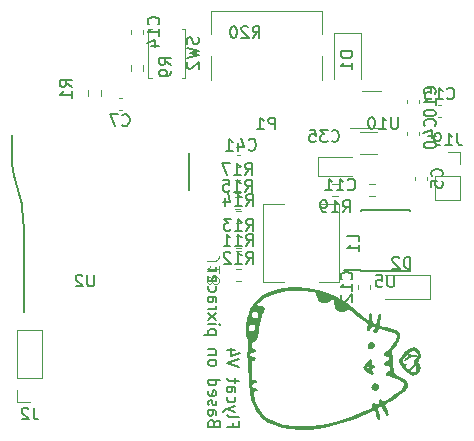
<source format=gbr>
%TF.GenerationSoftware,KiCad,Pcbnew,7.0.8*%
%TF.CreationDate,2023-11-14T14:25:30+07:00*%
%TF.ProjectId,Pixracer_clone,50697872-6163-4657-925f-636c6f6e652e,rev?*%
%TF.SameCoordinates,Original*%
%TF.FileFunction,Legend,Bot*%
%TF.FilePolarity,Positive*%
%FSLAX46Y46*%
G04 Gerber Fmt 4.6, Leading zero omitted, Abs format (unit mm)*
G04 Created by KiCad (PCBNEW 7.0.8) date 2023-11-14 14:25:30*
%MOMM*%
%LPD*%
G01*
G04 APERTURE LIST*
%ADD10C,0.150000*%
%ADD11C,0.015000*%
%ADD12C,0.120000*%
%ADD13C,0.127000*%
G04 APERTURE END LIST*
D10*
X120563990Y-116429887D02*
X120563990Y-116763220D01*
X120040180Y-116763220D02*
X121040180Y-116763220D01*
X121040180Y-116763220D02*
X121040180Y-116287030D01*
X120040180Y-115763220D02*
X120087800Y-115858458D01*
X120087800Y-115858458D02*
X120183038Y-115906077D01*
X120183038Y-115906077D02*
X121040180Y-115906077D01*
X120706847Y-115477505D02*
X120040180Y-115239410D01*
X120706847Y-115001315D02*
X120040180Y-115239410D01*
X120040180Y-115239410D02*
X119802085Y-115334648D01*
X119802085Y-115334648D02*
X119754466Y-115382267D01*
X119754466Y-115382267D02*
X119706847Y-115477505D01*
X120087800Y-114191791D02*
X120040180Y-114287029D01*
X120040180Y-114287029D02*
X120040180Y-114477505D01*
X120040180Y-114477505D02*
X120087800Y-114572743D01*
X120087800Y-114572743D02*
X120135419Y-114620362D01*
X120135419Y-114620362D02*
X120230657Y-114667981D01*
X120230657Y-114667981D02*
X120516371Y-114667981D01*
X120516371Y-114667981D02*
X120611609Y-114620362D01*
X120611609Y-114620362D02*
X120659228Y-114572743D01*
X120659228Y-114572743D02*
X120706847Y-114477505D01*
X120706847Y-114477505D02*
X120706847Y-114287029D01*
X120706847Y-114287029D02*
X120659228Y-114191791D01*
X120040180Y-113334648D02*
X120563990Y-113334648D01*
X120563990Y-113334648D02*
X120659228Y-113382267D01*
X120659228Y-113382267D02*
X120706847Y-113477505D01*
X120706847Y-113477505D02*
X120706847Y-113667981D01*
X120706847Y-113667981D02*
X120659228Y-113763219D01*
X120087800Y-113334648D02*
X120040180Y-113429886D01*
X120040180Y-113429886D02*
X120040180Y-113667981D01*
X120040180Y-113667981D02*
X120087800Y-113763219D01*
X120087800Y-113763219D02*
X120183038Y-113810838D01*
X120183038Y-113810838D02*
X120278276Y-113810838D01*
X120278276Y-113810838D02*
X120373514Y-113763219D01*
X120373514Y-113763219D02*
X120421133Y-113667981D01*
X120421133Y-113667981D02*
X120421133Y-113429886D01*
X120421133Y-113429886D02*
X120468752Y-113334648D01*
X120706847Y-113001314D02*
X120706847Y-112620362D01*
X121040180Y-112858457D02*
X120183038Y-112858457D01*
X120183038Y-112858457D02*
X120087800Y-112810838D01*
X120087800Y-112810838D02*
X120040180Y-112715600D01*
X120040180Y-112715600D02*
X120040180Y-112620362D01*
X121040180Y-111667980D02*
X120040180Y-111334647D01*
X120040180Y-111334647D02*
X121040180Y-111001314D01*
X120706847Y-110239409D02*
X120040180Y-110239409D01*
X121087800Y-110477504D02*
X120373514Y-110715599D01*
X120373514Y-110715599D02*
X120373514Y-110096552D01*
X118953990Y-116429887D02*
X118906371Y-116287030D01*
X118906371Y-116287030D02*
X118858752Y-116239411D01*
X118858752Y-116239411D02*
X118763514Y-116191792D01*
X118763514Y-116191792D02*
X118620657Y-116191792D01*
X118620657Y-116191792D02*
X118525419Y-116239411D01*
X118525419Y-116239411D02*
X118477800Y-116287030D01*
X118477800Y-116287030D02*
X118430180Y-116382268D01*
X118430180Y-116382268D02*
X118430180Y-116763220D01*
X118430180Y-116763220D02*
X119430180Y-116763220D01*
X119430180Y-116763220D02*
X119430180Y-116429887D01*
X119430180Y-116429887D02*
X119382561Y-116334649D01*
X119382561Y-116334649D02*
X119334942Y-116287030D01*
X119334942Y-116287030D02*
X119239704Y-116239411D01*
X119239704Y-116239411D02*
X119144466Y-116239411D01*
X119144466Y-116239411D02*
X119049228Y-116287030D01*
X119049228Y-116287030D02*
X119001609Y-116334649D01*
X119001609Y-116334649D02*
X118953990Y-116429887D01*
X118953990Y-116429887D02*
X118953990Y-116763220D01*
X118430180Y-115334649D02*
X118953990Y-115334649D01*
X118953990Y-115334649D02*
X119049228Y-115382268D01*
X119049228Y-115382268D02*
X119096847Y-115477506D01*
X119096847Y-115477506D02*
X119096847Y-115667982D01*
X119096847Y-115667982D02*
X119049228Y-115763220D01*
X118477800Y-115334649D02*
X118430180Y-115429887D01*
X118430180Y-115429887D02*
X118430180Y-115667982D01*
X118430180Y-115667982D02*
X118477800Y-115763220D01*
X118477800Y-115763220D02*
X118573038Y-115810839D01*
X118573038Y-115810839D02*
X118668276Y-115810839D01*
X118668276Y-115810839D02*
X118763514Y-115763220D01*
X118763514Y-115763220D02*
X118811133Y-115667982D01*
X118811133Y-115667982D02*
X118811133Y-115429887D01*
X118811133Y-115429887D02*
X118858752Y-115334649D01*
X118477800Y-114906077D02*
X118430180Y-114810839D01*
X118430180Y-114810839D02*
X118430180Y-114620363D01*
X118430180Y-114620363D02*
X118477800Y-114525125D01*
X118477800Y-114525125D02*
X118573038Y-114477506D01*
X118573038Y-114477506D02*
X118620657Y-114477506D01*
X118620657Y-114477506D02*
X118715895Y-114525125D01*
X118715895Y-114525125D02*
X118763514Y-114620363D01*
X118763514Y-114620363D02*
X118763514Y-114763220D01*
X118763514Y-114763220D02*
X118811133Y-114858458D01*
X118811133Y-114858458D02*
X118906371Y-114906077D01*
X118906371Y-114906077D02*
X118953990Y-114906077D01*
X118953990Y-114906077D02*
X119049228Y-114858458D01*
X119049228Y-114858458D02*
X119096847Y-114763220D01*
X119096847Y-114763220D02*
X119096847Y-114620363D01*
X119096847Y-114620363D02*
X119049228Y-114525125D01*
X118477800Y-113667982D02*
X118430180Y-113763220D01*
X118430180Y-113763220D02*
X118430180Y-113953696D01*
X118430180Y-113953696D02*
X118477800Y-114048934D01*
X118477800Y-114048934D02*
X118573038Y-114096553D01*
X118573038Y-114096553D02*
X118953990Y-114096553D01*
X118953990Y-114096553D02*
X119049228Y-114048934D01*
X119049228Y-114048934D02*
X119096847Y-113953696D01*
X119096847Y-113953696D02*
X119096847Y-113763220D01*
X119096847Y-113763220D02*
X119049228Y-113667982D01*
X119049228Y-113667982D02*
X118953990Y-113620363D01*
X118953990Y-113620363D02*
X118858752Y-113620363D01*
X118858752Y-113620363D02*
X118763514Y-114096553D01*
X118430180Y-112763220D02*
X119430180Y-112763220D01*
X118477800Y-112763220D02*
X118430180Y-112858458D01*
X118430180Y-112858458D02*
X118430180Y-113048934D01*
X118430180Y-113048934D02*
X118477800Y-113144172D01*
X118477800Y-113144172D02*
X118525419Y-113191791D01*
X118525419Y-113191791D02*
X118620657Y-113239410D01*
X118620657Y-113239410D02*
X118906371Y-113239410D01*
X118906371Y-113239410D02*
X119001609Y-113191791D01*
X119001609Y-113191791D02*
X119049228Y-113144172D01*
X119049228Y-113144172D02*
X119096847Y-113048934D01*
X119096847Y-113048934D02*
X119096847Y-112858458D01*
X119096847Y-112858458D02*
X119049228Y-112763220D01*
X118430180Y-111382267D02*
X118477800Y-111477505D01*
X118477800Y-111477505D02*
X118525419Y-111525124D01*
X118525419Y-111525124D02*
X118620657Y-111572743D01*
X118620657Y-111572743D02*
X118906371Y-111572743D01*
X118906371Y-111572743D02*
X119001609Y-111525124D01*
X119001609Y-111525124D02*
X119049228Y-111477505D01*
X119049228Y-111477505D02*
X119096847Y-111382267D01*
X119096847Y-111382267D02*
X119096847Y-111239410D01*
X119096847Y-111239410D02*
X119049228Y-111144172D01*
X119049228Y-111144172D02*
X119001609Y-111096553D01*
X119001609Y-111096553D02*
X118906371Y-111048934D01*
X118906371Y-111048934D02*
X118620657Y-111048934D01*
X118620657Y-111048934D02*
X118525419Y-111096553D01*
X118525419Y-111096553D02*
X118477800Y-111144172D01*
X118477800Y-111144172D02*
X118430180Y-111239410D01*
X118430180Y-111239410D02*
X118430180Y-111382267D01*
X119096847Y-110620362D02*
X118430180Y-110620362D01*
X119001609Y-110620362D02*
X119049228Y-110572743D01*
X119049228Y-110572743D02*
X119096847Y-110477505D01*
X119096847Y-110477505D02*
X119096847Y-110334648D01*
X119096847Y-110334648D02*
X119049228Y-110239410D01*
X119049228Y-110239410D02*
X118953990Y-110191791D01*
X118953990Y-110191791D02*
X118430180Y-110191791D01*
X119096847Y-108953695D02*
X118096847Y-108953695D01*
X119049228Y-108953695D02*
X119096847Y-108858457D01*
X119096847Y-108858457D02*
X119096847Y-108667981D01*
X119096847Y-108667981D02*
X119049228Y-108572743D01*
X119049228Y-108572743D02*
X119001609Y-108525124D01*
X119001609Y-108525124D02*
X118906371Y-108477505D01*
X118906371Y-108477505D02*
X118620657Y-108477505D01*
X118620657Y-108477505D02*
X118525419Y-108525124D01*
X118525419Y-108525124D02*
X118477800Y-108572743D01*
X118477800Y-108572743D02*
X118430180Y-108667981D01*
X118430180Y-108667981D02*
X118430180Y-108858457D01*
X118430180Y-108858457D02*
X118477800Y-108953695D01*
X118430180Y-108048933D02*
X119096847Y-108048933D01*
X119430180Y-108048933D02*
X119382561Y-108096552D01*
X119382561Y-108096552D02*
X119334942Y-108048933D01*
X119334942Y-108048933D02*
X119382561Y-108001314D01*
X119382561Y-108001314D02*
X119430180Y-108048933D01*
X119430180Y-108048933D02*
X119334942Y-108048933D01*
X118430180Y-107667981D02*
X119096847Y-107144172D01*
X119096847Y-107667981D02*
X118430180Y-107144172D01*
X118430180Y-106763219D02*
X119096847Y-106763219D01*
X118906371Y-106763219D02*
X119001609Y-106715600D01*
X119001609Y-106715600D02*
X119049228Y-106667981D01*
X119049228Y-106667981D02*
X119096847Y-106572743D01*
X119096847Y-106572743D02*
X119096847Y-106477505D01*
X118430180Y-105715600D02*
X118953990Y-105715600D01*
X118953990Y-105715600D02*
X119049228Y-105763219D01*
X119049228Y-105763219D02*
X119096847Y-105858457D01*
X119096847Y-105858457D02*
X119096847Y-106048933D01*
X119096847Y-106048933D02*
X119049228Y-106144171D01*
X118477800Y-105715600D02*
X118430180Y-105810838D01*
X118430180Y-105810838D02*
X118430180Y-106048933D01*
X118430180Y-106048933D02*
X118477800Y-106144171D01*
X118477800Y-106144171D02*
X118573038Y-106191790D01*
X118573038Y-106191790D02*
X118668276Y-106191790D01*
X118668276Y-106191790D02*
X118763514Y-106144171D01*
X118763514Y-106144171D02*
X118811133Y-106048933D01*
X118811133Y-106048933D02*
X118811133Y-105810838D01*
X118811133Y-105810838D02*
X118858752Y-105715600D01*
X118477800Y-104810838D02*
X118430180Y-104906076D01*
X118430180Y-104906076D02*
X118430180Y-105096552D01*
X118430180Y-105096552D02*
X118477800Y-105191790D01*
X118477800Y-105191790D02*
X118525419Y-105239409D01*
X118525419Y-105239409D02*
X118620657Y-105287028D01*
X118620657Y-105287028D02*
X118906371Y-105287028D01*
X118906371Y-105287028D02*
X119001609Y-105239409D01*
X119001609Y-105239409D02*
X119049228Y-105191790D01*
X119049228Y-105191790D02*
X119096847Y-105096552D01*
X119096847Y-105096552D02*
X119096847Y-104906076D01*
X119096847Y-104906076D02*
X119049228Y-104810838D01*
X118477800Y-104001314D02*
X118430180Y-104096552D01*
X118430180Y-104096552D02*
X118430180Y-104287028D01*
X118430180Y-104287028D02*
X118477800Y-104382266D01*
X118477800Y-104382266D02*
X118573038Y-104429885D01*
X118573038Y-104429885D02*
X118953990Y-104429885D01*
X118953990Y-104429885D02*
X119049228Y-104382266D01*
X119049228Y-104382266D02*
X119096847Y-104287028D01*
X119096847Y-104287028D02*
X119096847Y-104096552D01*
X119096847Y-104096552D02*
X119049228Y-104001314D01*
X119049228Y-104001314D02*
X118953990Y-103953695D01*
X118953990Y-103953695D02*
X118858752Y-103953695D01*
X118858752Y-103953695D02*
X118763514Y-104429885D01*
X118430180Y-103525123D02*
X119096847Y-103525123D01*
X118906371Y-103525123D02*
X119001609Y-103477504D01*
X119001609Y-103477504D02*
X119049228Y-103429885D01*
X119049228Y-103429885D02*
X119096847Y-103334647D01*
X119096847Y-103334647D02*
X119096847Y-103239409D01*
X135621330Y-110776107D02*
X136097521Y-110776107D01*
X135097521Y-110442774D02*
X135621330Y-110776107D01*
X135621330Y-110776107D02*
X135097521Y-111109440D01*
X135192759Y-111395155D02*
X135145140Y-111442774D01*
X135145140Y-111442774D02*
X135097521Y-111538012D01*
X135097521Y-111538012D02*
X135097521Y-111776107D01*
X135097521Y-111776107D02*
X135145140Y-111871345D01*
X135145140Y-111871345D02*
X135192759Y-111918964D01*
X135192759Y-111918964D02*
X135287997Y-111966583D01*
X135287997Y-111966583D02*
X135383235Y-111966583D01*
X135383235Y-111966583D02*
X135526092Y-111918964D01*
X135526092Y-111918964D02*
X136097521Y-111347536D01*
X136097521Y-111347536D02*
X136097521Y-111966583D01*
X108761904Y-103854819D02*
X108761904Y-104664342D01*
X108761904Y-104664342D02*
X108714285Y-104759580D01*
X108714285Y-104759580D02*
X108666666Y-104807200D01*
X108666666Y-104807200D02*
X108571428Y-104854819D01*
X108571428Y-104854819D02*
X108380952Y-104854819D01*
X108380952Y-104854819D02*
X108285714Y-104807200D01*
X108285714Y-104807200D02*
X108238095Y-104759580D01*
X108238095Y-104759580D02*
X108190476Y-104664342D01*
X108190476Y-104664342D02*
X108190476Y-103854819D01*
X107761904Y-103950057D02*
X107714285Y-103902438D01*
X107714285Y-103902438D02*
X107619047Y-103854819D01*
X107619047Y-103854819D02*
X107380952Y-103854819D01*
X107380952Y-103854819D02*
X107285714Y-103902438D01*
X107285714Y-103902438D02*
X107238095Y-103950057D01*
X107238095Y-103950057D02*
X107190476Y-104045295D01*
X107190476Y-104045295D02*
X107190476Y-104140533D01*
X107190476Y-104140533D02*
X107238095Y-104283390D01*
X107238095Y-104283390D02*
X107809523Y-104854819D01*
X107809523Y-104854819D02*
X107190476Y-104854819D01*
X122182857Y-83804819D02*
X122516190Y-83328628D01*
X122754285Y-83804819D02*
X122754285Y-82804819D01*
X122754285Y-82804819D02*
X122373333Y-82804819D01*
X122373333Y-82804819D02*
X122278095Y-82852438D01*
X122278095Y-82852438D02*
X122230476Y-82900057D01*
X122230476Y-82900057D02*
X122182857Y-82995295D01*
X122182857Y-82995295D02*
X122182857Y-83138152D01*
X122182857Y-83138152D02*
X122230476Y-83233390D01*
X122230476Y-83233390D02*
X122278095Y-83281009D01*
X122278095Y-83281009D02*
X122373333Y-83328628D01*
X122373333Y-83328628D02*
X122754285Y-83328628D01*
X121801904Y-82900057D02*
X121754285Y-82852438D01*
X121754285Y-82852438D02*
X121659047Y-82804819D01*
X121659047Y-82804819D02*
X121420952Y-82804819D01*
X121420952Y-82804819D02*
X121325714Y-82852438D01*
X121325714Y-82852438D02*
X121278095Y-82900057D01*
X121278095Y-82900057D02*
X121230476Y-82995295D01*
X121230476Y-82995295D02*
X121230476Y-83090533D01*
X121230476Y-83090533D02*
X121278095Y-83233390D01*
X121278095Y-83233390D02*
X121849523Y-83804819D01*
X121849523Y-83804819D02*
X121230476Y-83804819D01*
X120611428Y-82804819D02*
X120516190Y-82804819D01*
X120516190Y-82804819D02*
X120420952Y-82852438D01*
X120420952Y-82852438D02*
X120373333Y-82900057D01*
X120373333Y-82900057D02*
X120325714Y-82995295D01*
X120325714Y-82995295D02*
X120278095Y-83185771D01*
X120278095Y-83185771D02*
X120278095Y-83423866D01*
X120278095Y-83423866D02*
X120325714Y-83614342D01*
X120325714Y-83614342D02*
X120373333Y-83709580D01*
X120373333Y-83709580D02*
X120420952Y-83757200D01*
X120420952Y-83757200D02*
X120516190Y-83804819D01*
X120516190Y-83804819D02*
X120611428Y-83804819D01*
X120611428Y-83804819D02*
X120706666Y-83757200D01*
X120706666Y-83757200D02*
X120754285Y-83709580D01*
X120754285Y-83709580D02*
X120801904Y-83614342D01*
X120801904Y-83614342D02*
X120849523Y-83423866D01*
X120849523Y-83423866D02*
X120849523Y-83185771D01*
X120849523Y-83185771D02*
X120801904Y-82995295D01*
X120801904Y-82995295D02*
X120754285Y-82900057D01*
X120754285Y-82900057D02*
X120706666Y-82852438D01*
X120706666Y-82852438D02*
X120611428Y-82804819D01*
X138189580Y-95533333D02*
X138237200Y-95485714D01*
X138237200Y-95485714D02*
X138284819Y-95342857D01*
X138284819Y-95342857D02*
X138284819Y-95247619D01*
X138284819Y-95247619D02*
X138237200Y-95104762D01*
X138237200Y-95104762D02*
X138141961Y-95009524D01*
X138141961Y-95009524D02*
X138046723Y-94961905D01*
X138046723Y-94961905D02*
X137856247Y-94914286D01*
X137856247Y-94914286D02*
X137713390Y-94914286D01*
X137713390Y-94914286D02*
X137522914Y-94961905D01*
X137522914Y-94961905D02*
X137427676Y-95009524D01*
X137427676Y-95009524D02*
X137332438Y-95104762D01*
X137332438Y-95104762D02*
X137284819Y-95247619D01*
X137284819Y-95247619D02*
X137284819Y-95342857D01*
X137284819Y-95342857D02*
X137332438Y-95485714D01*
X137332438Y-95485714D02*
X137380057Y-95533333D01*
X137284819Y-96438095D02*
X137284819Y-95961905D01*
X137284819Y-95961905D02*
X137761009Y-95914286D01*
X137761009Y-95914286D02*
X137713390Y-95961905D01*
X137713390Y-95961905D02*
X137665771Y-96057143D01*
X137665771Y-96057143D02*
X137665771Y-96295238D01*
X137665771Y-96295238D02*
X137713390Y-96390476D01*
X137713390Y-96390476D02*
X137761009Y-96438095D01*
X137761009Y-96438095D02*
X137856247Y-96485714D01*
X137856247Y-96485714D02*
X138094342Y-96485714D01*
X138094342Y-96485714D02*
X138189580Y-96438095D01*
X138189580Y-96438095D02*
X138237200Y-96390476D01*
X138237200Y-96390476D02*
X138284819Y-96295238D01*
X138284819Y-96295238D02*
X138284819Y-96057143D01*
X138284819Y-96057143D02*
X138237200Y-95961905D01*
X138237200Y-95961905D02*
X138189580Y-95914286D01*
X121642857Y-98024819D02*
X121976190Y-97548628D01*
X122214285Y-98024819D02*
X122214285Y-97024819D01*
X122214285Y-97024819D02*
X121833333Y-97024819D01*
X121833333Y-97024819D02*
X121738095Y-97072438D01*
X121738095Y-97072438D02*
X121690476Y-97120057D01*
X121690476Y-97120057D02*
X121642857Y-97215295D01*
X121642857Y-97215295D02*
X121642857Y-97358152D01*
X121642857Y-97358152D02*
X121690476Y-97453390D01*
X121690476Y-97453390D02*
X121738095Y-97501009D01*
X121738095Y-97501009D02*
X121833333Y-97548628D01*
X121833333Y-97548628D02*
X122214285Y-97548628D01*
X120690476Y-98024819D02*
X121261904Y-98024819D01*
X120976190Y-98024819D02*
X120976190Y-97024819D01*
X120976190Y-97024819D02*
X121071428Y-97167676D01*
X121071428Y-97167676D02*
X121166666Y-97262914D01*
X121166666Y-97262914D02*
X121261904Y-97310533D01*
X119833333Y-97358152D02*
X119833333Y-98024819D01*
X120071428Y-96977200D02*
X120309523Y-97691485D01*
X120309523Y-97691485D02*
X119690476Y-97691485D01*
X135538094Y-103344819D02*
X135538094Y-102344819D01*
X135538094Y-102344819D02*
X135299999Y-102344819D01*
X135299999Y-102344819D02*
X135157142Y-102392438D01*
X135157142Y-102392438D02*
X135061904Y-102487676D01*
X135061904Y-102487676D02*
X135014285Y-102582914D01*
X135014285Y-102582914D02*
X134966666Y-102773390D01*
X134966666Y-102773390D02*
X134966666Y-102916247D01*
X134966666Y-102916247D02*
X135014285Y-103106723D01*
X135014285Y-103106723D02*
X135061904Y-103201961D01*
X135061904Y-103201961D02*
X135157142Y-103297200D01*
X135157142Y-103297200D02*
X135299999Y-103344819D01*
X135299999Y-103344819D02*
X135538094Y-103344819D01*
X134585713Y-102440057D02*
X134538094Y-102392438D01*
X134538094Y-102392438D02*
X134442856Y-102344819D01*
X134442856Y-102344819D02*
X134204761Y-102344819D01*
X134204761Y-102344819D02*
X134109523Y-102392438D01*
X134109523Y-102392438D02*
X134061904Y-102440057D01*
X134061904Y-102440057D02*
X134014285Y-102535295D01*
X134014285Y-102535295D02*
X134014285Y-102630533D01*
X134014285Y-102630533D02*
X134061904Y-102773390D01*
X134061904Y-102773390D02*
X134633332Y-103344819D01*
X134633332Y-103344819D02*
X134014285Y-103344819D01*
X115274819Y-86108333D02*
X114798628Y-85775000D01*
X115274819Y-85536905D02*
X114274819Y-85536905D01*
X114274819Y-85536905D02*
X114274819Y-85917857D01*
X114274819Y-85917857D02*
X114322438Y-86013095D01*
X114322438Y-86013095D02*
X114370057Y-86060714D01*
X114370057Y-86060714D02*
X114465295Y-86108333D01*
X114465295Y-86108333D02*
X114608152Y-86108333D01*
X114608152Y-86108333D02*
X114703390Y-86060714D01*
X114703390Y-86060714D02*
X114751009Y-86013095D01*
X114751009Y-86013095D02*
X114798628Y-85917857D01*
X114798628Y-85917857D02*
X114798628Y-85536905D01*
X115274819Y-86584524D02*
X115274819Y-86775000D01*
X115274819Y-86775000D02*
X115227200Y-86870238D01*
X115227200Y-86870238D02*
X115179580Y-86917857D01*
X115179580Y-86917857D02*
X115036723Y-87013095D01*
X115036723Y-87013095D02*
X114846247Y-87060714D01*
X114846247Y-87060714D02*
X114465295Y-87060714D01*
X114465295Y-87060714D02*
X114370057Y-87013095D01*
X114370057Y-87013095D02*
X114322438Y-86965476D01*
X114322438Y-86965476D02*
X114274819Y-86870238D01*
X114274819Y-86870238D02*
X114274819Y-86679762D01*
X114274819Y-86679762D02*
X114322438Y-86584524D01*
X114322438Y-86584524D02*
X114370057Y-86536905D01*
X114370057Y-86536905D02*
X114465295Y-86489286D01*
X114465295Y-86489286D02*
X114703390Y-86489286D01*
X114703390Y-86489286D02*
X114798628Y-86536905D01*
X114798628Y-86536905D02*
X114846247Y-86584524D01*
X114846247Y-86584524D02*
X114893866Y-86679762D01*
X114893866Y-86679762D02*
X114893866Y-86870238D01*
X114893866Y-86870238D02*
X114846247Y-86965476D01*
X114846247Y-86965476D02*
X114798628Y-87013095D01*
X114798628Y-87013095D02*
X114703390Y-87060714D01*
X128867857Y-92509580D02*
X128915476Y-92557200D01*
X128915476Y-92557200D02*
X129058333Y-92604819D01*
X129058333Y-92604819D02*
X129153571Y-92604819D01*
X129153571Y-92604819D02*
X129296428Y-92557200D01*
X129296428Y-92557200D02*
X129391666Y-92461961D01*
X129391666Y-92461961D02*
X129439285Y-92366723D01*
X129439285Y-92366723D02*
X129486904Y-92176247D01*
X129486904Y-92176247D02*
X129486904Y-92033390D01*
X129486904Y-92033390D02*
X129439285Y-91842914D01*
X129439285Y-91842914D02*
X129391666Y-91747676D01*
X129391666Y-91747676D02*
X129296428Y-91652438D01*
X129296428Y-91652438D02*
X129153571Y-91604819D01*
X129153571Y-91604819D02*
X129058333Y-91604819D01*
X129058333Y-91604819D02*
X128915476Y-91652438D01*
X128915476Y-91652438D02*
X128867857Y-91700057D01*
X128534523Y-91604819D02*
X127915476Y-91604819D01*
X127915476Y-91604819D02*
X128248809Y-91985771D01*
X128248809Y-91985771D02*
X128105952Y-91985771D01*
X128105952Y-91985771D02*
X128010714Y-92033390D01*
X128010714Y-92033390D02*
X127963095Y-92081009D01*
X127963095Y-92081009D02*
X127915476Y-92176247D01*
X127915476Y-92176247D02*
X127915476Y-92414342D01*
X127915476Y-92414342D02*
X127963095Y-92509580D01*
X127963095Y-92509580D02*
X128010714Y-92557200D01*
X128010714Y-92557200D02*
X128105952Y-92604819D01*
X128105952Y-92604819D02*
X128391666Y-92604819D01*
X128391666Y-92604819D02*
X128486904Y-92557200D01*
X128486904Y-92557200D02*
X128534523Y-92509580D01*
X127010714Y-91604819D02*
X127486904Y-91604819D01*
X127486904Y-91604819D02*
X127534523Y-92081009D01*
X127534523Y-92081009D02*
X127486904Y-92033390D01*
X127486904Y-92033390D02*
X127391666Y-91985771D01*
X127391666Y-91985771D02*
X127153571Y-91985771D01*
X127153571Y-91985771D02*
X127058333Y-92033390D01*
X127058333Y-92033390D02*
X127010714Y-92081009D01*
X127010714Y-92081009D02*
X126963095Y-92176247D01*
X126963095Y-92176247D02*
X126963095Y-92414342D01*
X126963095Y-92414342D02*
X127010714Y-92509580D01*
X127010714Y-92509580D02*
X127058333Y-92557200D01*
X127058333Y-92557200D02*
X127153571Y-92604819D01*
X127153571Y-92604819D02*
X127391666Y-92604819D01*
X127391666Y-92604819D02*
X127486904Y-92557200D01*
X127486904Y-92557200D02*
X127534523Y-92509580D01*
X103633333Y-115114819D02*
X103633333Y-115829104D01*
X103633333Y-115829104D02*
X103680952Y-115971961D01*
X103680952Y-115971961D02*
X103776190Y-116067200D01*
X103776190Y-116067200D02*
X103919047Y-116114819D01*
X103919047Y-116114819D02*
X104014285Y-116114819D01*
X103204761Y-115210057D02*
X103157142Y-115162438D01*
X103157142Y-115162438D02*
X103061904Y-115114819D01*
X103061904Y-115114819D02*
X102823809Y-115114819D01*
X102823809Y-115114819D02*
X102728571Y-115162438D01*
X102728571Y-115162438D02*
X102680952Y-115210057D01*
X102680952Y-115210057D02*
X102633333Y-115305295D01*
X102633333Y-115305295D02*
X102633333Y-115400533D01*
X102633333Y-115400533D02*
X102680952Y-115543390D01*
X102680952Y-115543390D02*
X103252380Y-116114819D01*
X103252380Y-116114819D02*
X102633333Y-116114819D01*
X137589580Y-91257142D02*
X137637200Y-91209523D01*
X137637200Y-91209523D02*
X137684819Y-91066666D01*
X137684819Y-91066666D02*
X137684819Y-90971428D01*
X137684819Y-90971428D02*
X137637200Y-90828571D01*
X137637200Y-90828571D02*
X137541961Y-90733333D01*
X137541961Y-90733333D02*
X137446723Y-90685714D01*
X137446723Y-90685714D02*
X137256247Y-90638095D01*
X137256247Y-90638095D02*
X137113390Y-90638095D01*
X137113390Y-90638095D02*
X136922914Y-90685714D01*
X136922914Y-90685714D02*
X136827676Y-90733333D01*
X136827676Y-90733333D02*
X136732438Y-90828571D01*
X136732438Y-90828571D02*
X136684819Y-90971428D01*
X136684819Y-90971428D02*
X136684819Y-91066666D01*
X136684819Y-91066666D02*
X136732438Y-91209523D01*
X136732438Y-91209523D02*
X136780057Y-91257142D01*
X137018152Y-92114285D02*
X137684819Y-92114285D01*
X136637200Y-91876190D02*
X137351485Y-91638095D01*
X137351485Y-91638095D02*
X137351485Y-92257142D01*
X136684819Y-92828571D02*
X136684819Y-92923809D01*
X136684819Y-92923809D02*
X136732438Y-93019047D01*
X136732438Y-93019047D02*
X136780057Y-93066666D01*
X136780057Y-93066666D02*
X136875295Y-93114285D01*
X136875295Y-93114285D02*
X137065771Y-93161904D01*
X137065771Y-93161904D02*
X137303866Y-93161904D01*
X137303866Y-93161904D02*
X137494342Y-93114285D01*
X137494342Y-93114285D02*
X137589580Y-93066666D01*
X137589580Y-93066666D02*
X137637200Y-93019047D01*
X137637200Y-93019047D02*
X137684819Y-92923809D01*
X137684819Y-92923809D02*
X137684819Y-92828571D01*
X137684819Y-92828571D02*
X137637200Y-92733333D01*
X137637200Y-92733333D02*
X137589580Y-92685714D01*
X137589580Y-92685714D02*
X137494342Y-92638095D01*
X137494342Y-92638095D02*
X137303866Y-92590476D01*
X137303866Y-92590476D02*
X137065771Y-92590476D01*
X137065771Y-92590476D02*
X136875295Y-92638095D01*
X136875295Y-92638095D02*
X136780057Y-92685714D01*
X136780057Y-92685714D02*
X136732438Y-92733333D01*
X136732438Y-92733333D02*
X136684819Y-92828571D01*
X117557200Y-83766667D02*
X117604819Y-83909524D01*
X117604819Y-83909524D02*
X117604819Y-84147619D01*
X117604819Y-84147619D02*
X117557200Y-84242857D01*
X117557200Y-84242857D02*
X117509580Y-84290476D01*
X117509580Y-84290476D02*
X117414342Y-84338095D01*
X117414342Y-84338095D02*
X117319104Y-84338095D01*
X117319104Y-84338095D02*
X117223866Y-84290476D01*
X117223866Y-84290476D02*
X117176247Y-84242857D01*
X117176247Y-84242857D02*
X117128628Y-84147619D01*
X117128628Y-84147619D02*
X117081009Y-83957143D01*
X117081009Y-83957143D02*
X117033390Y-83861905D01*
X117033390Y-83861905D02*
X116985771Y-83814286D01*
X116985771Y-83814286D02*
X116890533Y-83766667D01*
X116890533Y-83766667D02*
X116795295Y-83766667D01*
X116795295Y-83766667D02*
X116700057Y-83814286D01*
X116700057Y-83814286D02*
X116652438Y-83861905D01*
X116652438Y-83861905D02*
X116604819Y-83957143D01*
X116604819Y-83957143D02*
X116604819Y-84195238D01*
X116604819Y-84195238D02*
X116652438Y-84338095D01*
X116604819Y-84671429D02*
X117604819Y-84909524D01*
X117604819Y-84909524D02*
X116890533Y-85100000D01*
X116890533Y-85100000D02*
X117604819Y-85290476D01*
X117604819Y-85290476D02*
X116604819Y-85528572D01*
X116700057Y-85861905D02*
X116652438Y-85909524D01*
X116652438Y-85909524D02*
X116604819Y-86004762D01*
X116604819Y-86004762D02*
X116604819Y-86242857D01*
X116604819Y-86242857D02*
X116652438Y-86338095D01*
X116652438Y-86338095D02*
X116700057Y-86385714D01*
X116700057Y-86385714D02*
X116795295Y-86433333D01*
X116795295Y-86433333D02*
X116890533Y-86433333D01*
X116890533Y-86433333D02*
X117033390Y-86385714D01*
X117033390Y-86385714D02*
X117604819Y-85814286D01*
X117604819Y-85814286D02*
X117604819Y-86433333D01*
X130634819Y-84961905D02*
X129634819Y-84961905D01*
X129634819Y-84961905D02*
X129634819Y-85200000D01*
X129634819Y-85200000D02*
X129682438Y-85342857D01*
X129682438Y-85342857D02*
X129777676Y-85438095D01*
X129777676Y-85438095D02*
X129872914Y-85485714D01*
X129872914Y-85485714D02*
X130063390Y-85533333D01*
X130063390Y-85533333D02*
X130206247Y-85533333D01*
X130206247Y-85533333D02*
X130396723Y-85485714D01*
X130396723Y-85485714D02*
X130491961Y-85438095D01*
X130491961Y-85438095D02*
X130587200Y-85342857D01*
X130587200Y-85342857D02*
X130634819Y-85200000D01*
X130634819Y-85200000D02*
X130634819Y-84961905D01*
X130634819Y-86485714D02*
X130634819Y-85914286D01*
X130634819Y-86200000D02*
X129634819Y-86200000D01*
X129634819Y-86200000D02*
X129777676Y-86104762D01*
X129777676Y-86104762D02*
X129872914Y-86009524D01*
X129872914Y-86009524D02*
X129920533Y-85914286D01*
X138642857Y-88929580D02*
X138690476Y-88977200D01*
X138690476Y-88977200D02*
X138833333Y-89024819D01*
X138833333Y-89024819D02*
X138928571Y-89024819D01*
X138928571Y-89024819D02*
X139071428Y-88977200D01*
X139071428Y-88977200D02*
X139166666Y-88881961D01*
X139166666Y-88881961D02*
X139214285Y-88786723D01*
X139214285Y-88786723D02*
X139261904Y-88596247D01*
X139261904Y-88596247D02*
X139261904Y-88453390D01*
X139261904Y-88453390D02*
X139214285Y-88262914D01*
X139214285Y-88262914D02*
X139166666Y-88167676D01*
X139166666Y-88167676D02*
X139071428Y-88072438D01*
X139071428Y-88072438D02*
X138928571Y-88024819D01*
X138928571Y-88024819D02*
X138833333Y-88024819D01*
X138833333Y-88024819D02*
X138690476Y-88072438D01*
X138690476Y-88072438D02*
X138642857Y-88120057D01*
X137690476Y-89024819D02*
X138261904Y-89024819D01*
X137976190Y-89024819D02*
X137976190Y-88024819D01*
X137976190Y-88024819D02*
X138071428Y-88167676D01*
X138071428Y-88167676D02*
X138166666Y-88262914D01*
X138166666Y-88262914D02*
X138261904Y-88310533D01*
X136785714Y-88024819D02*
X137261904Y-88024819D01*
X137261904Y-88024819D02*
X137309523Y-88501009D01*
X137309523Y-88501009D02*
X137261904Y-88453390D01*
X137261904Y-88453390D02*
X137166666Y-88405771D01*
X137166666Y-88405771D02*
X136928571Y-88405771D01*
X136928571Y-88405771D02*
X136833333Y-88453390D01*
X136833333Y-88453390D02*
X136785714Y-88501009D01*
X136785714Y-88501009D02*
X136738095Y-88596247D01*
X136738095Y-88596247D02*
X136738095Y-88834342D01*
X136738095Y-88834342D02*
X136785714Y-88929580D01*
X136785714Y-88929580D02*
X136833333Y-88977200D01*
X136833333Y-88977200D02*
X136928571Y-89024819D01*
X136928571Y-89024819D02*
X137166666Y-89024819D01*
X137166666Y-89024819D02*
X137261904Y-88977200D01*
X137261904Y-88977200D02*
X137309523Y-88929580D01*
X129817857Y-98574819D02*
X130151190Y-98098628D01*
X130389285Y-98574819D02*
X130389285Y-97574819D01*
X130389285Y-97574819D02*
X130008333Y-97574819D01*
X130008333Y-97574819D02*
X129913095Y-97622438D01*
X129913095Y-97622438D02*
X129865476Y-97670057D01*
X129865476Y-97670057D02*
X129817857Y-97765295D01*
X129817857Y-97765295D02*
X129817857Y-97908152D01*
X129817857Y-97908152D02*
X129865476Y-98003390D01*
X129865476Y-98003390D02*
X129913095Y-98051009D01*
X129913095Y-98051009D02*
X130008333Y-98098628D01*
X130008333Y-98098628D02*
X130389285Y-98098628D01*
X128865476Y-98574819D02*
X129436904Y-98574819D01*
X129151190Y-98574819D02*
X129151190Y-97574819D01*
X129151190Y-97574819D02*
X129246428Y-97717676D01*
X129246428Y-97717676D02*
X129341666Y-97812914D01*
X129341666Y-97812914D02*
X129436904Y-97860533D01*
X128389285Y-98574819D02*
X128198809Y-98574819D01*
X128198809Y-98574819D02*
X128103571Y-98527200D01*
X128103571Y-98527200D02*
X128055952Y-98479580D01*
X128055952Y-98479580D02*
X127960714Y-98336723D01*
X127960714Y-98336723D02*
X127913095Y-98146247D01*
X127913095Y-98146247D02*
X127913095Y-97765295D01*
X127913095Y-97765295D02*
X127960714Y-97670057D01*
X127960714Y-97670057D02*
X128008333Y-97622438D01*
X128008333Y-97622438D02*
X128103571Y-97574819D01*
X128103571Y-97574819D02*
X128294047Y-97574819D01*
X128294047Y-97574819D02*
X128389285Y-97622438D01*
X128389285Y-97622438D02*
X128436904Y-97670057D01*
X128436904Y-97670057D02*
X128484523Y-97765295D01*
X128484523Y-97765295D02*
X128484523Y-98003390D01*
X128484523Y-98003390D02*
X128436904Y-98098628D01*
X128436904Y-98098628D02*
X128389285Y-98146247D01*
X128389285Y-98146247D02*
X128294047Y-98193866D01*
X128294047Y-98193866D02*
X128103571Y-98193866D01*
X128103571Y-98193866D02*
X128008333Y-98146247D01*
X128008333Y-98146247D02*
X127960714Y-98098628D01*
X127960714Y-98098628D02*
X127913095Y-98003390D01*
X134475594Y-90504819D02*
X134475594Y-91314342D01*
X134475594Y-91314342D02*
X134427975Y-91409580D01*
X134427975Y-91409580D02*
X134380356Y-91457200D01*
X134380356Y-91457200D02*
X134285118Y-91504819D01*
X134285118Y-91504819D02*
X134094642Y-91504819D01*
X134094642Y-91504819D02*
X133999404Y-91457200D01*
X133999404Y-91457200D02*
X133951785Y-91409580D01*
X133951785Y-91409580D02*
X133904166Y-91314342D01*
X133904166Y-91314342D02*
X133904166Y-90504819D01*
X132904166Y-91504819D02*
X133475594Y-91504819D01*
X133189880Y-91504819D02*
X133189880Y-90504819D01*
X133189880Y-90504819D02*
X133285118Y-90647676D01*
X133285118Y-90647676D02*
X133380356Y-90742914D01*
X133380356Y-90742914D02*
X133475594Y-90790533D01*
X132285118Y-90504819D02*
X132189880Y-90504819D01*
X132189880Y-90504819D02*
X132094642Y-90552438D01*
X132094642Y-90552438D02*
X132047023Y-90600057D01*
X132047023Y-90600057D02*
X131999404Y-90695295D01*
X131999404Y-90695295D02*
X131951785Y-90885771D01*
X131951785Y-90885771D02*
X131951785Y-91123866D01*
X131951785Y-91123866D02*
X131999404Y-91314342D01*
X131999404Y-91314342D02*
X132047023Y-91409580D01*
X132047023Y-91409580D02*
X132094642Y-91457200D01*
X132094642Y-91457200D02*
X132189880Y-91504819D01*
X132189880Y-91504819D02*
X132285118Y-91504819D01*
X132285118Y-91504819D02*
X132380356Y-91457200D01*
X132380356Y-91457200D02*
X132427975Y-91409580D01*
X132427975Y-91409580D02*
X132475594Y-91314342D01*
X132475594Y-91314342D02*
X132523213Y-91123866D01*
X132523213Y-91123866D02*
X132523213Y-90885771D01*
X132523213Y-90885771D02*
X132475594Y-90695295D01*
X132475594Y-90695295D02*
X132427975Y-90600057D01*
X132427975Y-90600057D02*
X132380356Y-90552438D01*
X132380356Y-90552438D02*
X132285118Y-90504819D01*
X134161904Y-103889819D02*
X134161904Y-104699342D01*
X134161904Y-104699342D02*
X134114285Y-104794580D01*
X134114285Y-104794580D02*
X134066666Y-104842200D01*
X134066666Y-104842200D02*
X133971428Y-104889819D01*
X133971428Y-104889819D02*
X133780952Y-104889819D01*
X133780952Y-104889819D02*
X133685714Y-104842200D01*
X133685714Y-104842200D02*
X133638095Y-104794580D01*
X133638095Y-104794580D02*
X133590476Y-104699342D01*
X133590476Y-104699342D02*
X133590476Y-103889819D01*
X132638095Y-103889819D02*
X133114285Y-103889819D01*
X133114285Y-103889819D02*
X133161904Y-104366009D01*
X133161904Y-104366009D02*
X133114285Y-104318390D01*
X133114285Y-104318390D02*
X133019047Y-104270771D01*
X133019047Y-104270771D02*
X132780952Y-104270771D01*
X132780952Y-104270771D02*
X132685714Y-104318390D01*
X132685714Y-104318390D02*
X132638095Y-104366009D01*
X132638095Y-104366009D02*
X132590476Y-104461247D01*
X132590476Y-104461247D02*
X132590476Y-104699342D01*
X132590476Y-104699342D02*
X132638095Y-104794580D01*
X132638095Y-104794580D02*
X132685714Y-104842200D01*
X132685714Y-104842200D02*
X132780952Y-104889819D01*
X132780952Y-104889819D02*
X133019047Y-104889819D01*
X133019047Y-104889819D02*
X133114285Y-104842200D01*
X133114285Y-104842200D02*
X133161904Y-104794580D01*
X121552857Y-96824819D02*
X121886190Y-96348628D01*
X122124285Y-96824819D02*
X122124285Y-95824819D01*
X122124285Y-95824819D02*
X121743333Y-95824819D01*
X121743333Y-95824819D02*
X121648095Y-95872438D01*
X121648095Y-95872438D02*
X121600476Y-95920057D01*
X121600476Y-95920057D02*
X121552857Y-96015295D01*
X121552857Y-96015295D02*
X121552857Y-96158152D01*
X121552857Y-96158152D02*
X121600476Y-96253390D01*
X121600476Y-96253390D02*
X121648095Y-96301009D01*
X121648095Y-96301009D02*
X121743333Y-96348628D01*
X121743333Y-96348628D02*
X122124285Y-96348628D01*
X120600476Y-96824819D02*
X121171904Y-96824819D01*
X120886190Y-96824819D02*
X120886190Y-95824819D01*
X120886190Y-95824819D02*
X120981428Y-95967676D01*
X120981428Y-95967676D02*
X121076666Y-96062914D01*
X121076666Y-96062914D02*
X121171904Y-96110533D01*
X119695714Y-95824819D02*
X120171904Y-95824819D01*
X120171904Y-95824819D02*
X120219523Y-96301009D01*
X120219523Y-96301009D02*
X120171904Y-96253390D01*
X120171904Y-96253390D02*
X120076666Y-96205771D01*
X120076666Y-96205771D02*
X119838571Y-96205771D01*
X119838571Y-96205771D02*
X119743333Y-96253390D01*
X119743333Y-96253390D02*
X119695714Y-96301009D01*
X119695714Y-96301009D02*
X119648095Y-96396247D01*
X119648095Y-96396247D02*
X119648095Y-96634342D01*
X119648095Y-96634342D02*
X119695714Y-96729580D01*
X119695714Y-96729580D02*
X119743333Y-96777200D01*
X119743333Y-96777200D02*
X119838571Y-96824819D01*
X119838571Y-96824819D02*
X120076666Y-96824819D01*
X120076666Y-96824819D02*
X120171904Y-96777200D01*
X120171904Y-96777200D02*
X120219523Y-96729580D01*
X121642857Y-101424819D02*
X121976190Y-100948628D01*
X122214285Y-101424819D02*
X122214285Y-100424819D01*
X122214285Y-100424819D02*
X121833333Y-100424819D01*
X121833333Y-100424819D02*
X121738095Y-100472438D01*
X121738095Y-100472438D02*
X121690476Y-100520057D01*
X121690476Y-100520057D02*
X121642857Y-100615295D01*
X121642857Y-100615295D02*
X121642857Y-100758152D01*
X121642857Y-100758152D02*
X121690476Y-100853390D01*
X121690476Y-100853390D02*
X121738095Y-100901009D01*
X121738095Y-100901009D02*
X121833333Y-100948628D01*
X121833333Y-100948628D02*
X122214285Y-100948628D01*
X120690476Y-101424819D02*
X121261904Y-101424819D01*
X120976190Y-101424819D02*
X120976190Y-100424819D01*
X120976190Y-100424819D02*
X121071428Y-100567676D01*
X121071428Y-100567676D02*
X121166666Y-100662914D01*
X121166666Y-100662914D02*
X121261904Y-100710533D01*
X119738095Y-101424819D02*
X120309523Y-101424819D01*
X120023809Y-101424819D02*
X120023809Y-100424819D01*
X120023809Y-100424819D02*
X120119047Y-100567676D01*
X120119047Y-100567676D02*
X120214285Y-100662914D01*
X120214285Y-100662914D02*
X120309523Y-100710533D01*
X130242857Y-96629580D02*
X130290476Y-96677200D01*
X130290476Y-96677200D02*
X130433333Y-96724819D01*
X130433333Y-96724819D02*
X130528571Y-96724819D01*
X130528571Y-96724819D02*
X130671428Y-96677200D01*
X130671428Y-96677200D02*
X130766666Y-96581961D01*
X130766666Y-96581961D02*
X130814285Y-96486723D01*
X130814285Y-96486723D02*
X130861904Y-96296247D01*
X130861904Y-96296247D02*
X130861904Y-96153390D01*
X130861904Y-96153390D02*
X130814285Y-95962914D01*
X130814285Y-95962914D02*
X130766666Y-95867676D01*
X130766666Y-95867676D02*
X130671428Y-95772438D01*
X130671428Y-95772438D02*
X130528571Y-95724819D01*
X130528571Y-95724819D02*
X130433333Y-95724819D01*
X130433333Y-95724819D02*
X130290476Y-95772438D01*
X130290476Y-95772438D02*
X130242857Y-95820057D01*
X129290476Y-96724819D02*
X129861904Y-96724819D01*
X129576190Y-96724819D02*
X129576190Y-95724819D01*
X129576190Y-95724819D02*
X129671428Y-95867676D01*
X129671428Y-95867676D02*
X129766666Y-95962914D01*
X129766666Y-95962914D02*
X129861904Y-96010533D01*
X128338095Y-96724819D02*
X128909523Y-96724819D01*
X128623809Y-96724819D02*
X128623809Y-95724819D01*
X128623809Y-95724819D02*
X128719047Y-95867676D01*
X128719047Y-95867676D02*
X128814285Y-95962914D01*
X128814285Y-95962914D02*
X128909523Y-96010533D01*
X121552857Y-95424819D02*
X121886190Y-94948628D01*
X122124285Y-95424819D02*
X122124285Y-94424819D01*
X122124285Y-94424819D02*
X121743333Y-94424819D01*
X121743333Y-94424819D02*
X121648095Y-94472438D01*
X121648095Y-94472438D02*
X121600476Y-94520057D01*
X121600476Y-94520057D02*
X121552857Y-94615295D01*
X121552857Y-94615295D02*
X121552857Y-94758152D01*
X121552857Y-94758152D02*
X121600476Y-94853390D01*
X121600476Y-94853390D02*
X121648095Y-94901009D01*
X121648095Y-94901009D02*
X121743333Y-94948628D01*
X121743333Y-94948628D02*
X122124285Y-94948628D01*
X120600476Y-95424819D02*
X121171904Y-95424819D01*
X120886190Y-95424819D02*
X120886190Y-94424819D01*
X120886190Y-94424819D02*
X120981428Y-94567676D01*
X120981428Y-94567676D02*
X121076666Y-94662914D01*
X121076666Y-94662914D02*
X121171904Y-94710533D01*
X120267142Y-94424819D02*
X119600476Y-94424819D01*
X119600476Y-94424819D02*
X120029047Y-95424819D01*
X121642857Y-102924819D02*
X121976190Y-102448628D01*
X122214285Y-102924819D02*
X122214285Y-101924819D01*
X122214285Y-101924819D02*
X121833333Y-101924819D01*
X121833333Y-101924819D02*
X121738095Y-101972438D01*
X121738095Y-101972438D02*
X121690476Y-102020057D01*
X121690476Y-102020057D02*
X121642857Y-102115295D01*
X121642857Y-102115295D02*
X121642857Y-102258152D01*
X121642857Y-102258152D02*
X121690476Y-102353390D01*
X121690476Y-102353390D02*
X121738095Y-102401009D01*
X121738095Y-102401009D02*
X121833333Y-102448628D01*
X121833333Y-102448628D02*
X122214285Y-102448628D01*
X120690476Y-102924819D02*
X121261904Y-102924819D01*
X120976190Y-102924819D02*
X120976190Y-101924819D01*
X120976190Y-101924819D02*
X121071428Y-102067676D01*
X121071428Y-102067676D02*
X121166666Y-102162914D01*
X121166666Y-102162914D02*
X121261904Y-102210533D01*
X120309523Y-102020057D02*
X120261904Y-101972438D01*
X120261904Y-101972438D02*
X120166666Y-101924819D01*
X120166666Y-101924819D02*
X119928571Y-101924819D01*
X119928571Y-101924819D02*
X119833333Y-101972438D01*
X119833333Y-101972438D02*
X119785714Y-102020057D01*
X119785714Y-102020057D02*
X119738095Y-102115295D01*
X119738095Y-102115295D02*
X119738095Y-102210533D01*
X119738095Y-102210533D02*
X119785714Y-102353390D01*
X119785714Y-102353390D02*
X120357142Y-102924819D01*
X120357142Y-102924819D02*
X119738095Y-102924819D01*
X137589580Y-88557142D02*
X137637200Y-88509523D01*
X137637200Y-88509523D02*
X137684819Y-88366666D01*
X137684819Y-88366666D02*
X137684819Y-88271428D01*
X137684819Y-88271428D02*
X137637200Y-88128571D01*
X137637200Y-88128571D02*
X137541961Y-88033333D01*
X137541961Y-88033333D02*
X137446723Y-87985714D01*
X137446723Y-87985714D02*
X137256247Y-87938095D01*
X137256247Y-87938095D02*
X137113390Y-87938095D01*
X137113390Y-87938095D02*
X136922914Y-87985714D01*
X136922914Y-87985714D02*
X136827676Y-88033333D01*
X136827676Y-88033333D02*
X136732438Y-88128571D01*
X136732438Y-88128571D02*
X136684819Y-88271428D01*
X136684819Y-88271428D02*
X136684819Y-88366666D01*
X136684819Y-88366666D02*
X136732438Y-88509523D01*
X136732438Y-88509523D02*
X136780057Y-88557142D01*
X137684819Y-89509523D02*
X137684819Y-88938095D01*
X137684819Y-89223809D02*
X136684819Y-89223809D01*
X136684819Y-89223809D02*
X136827676Y-89128571D01*
X136827676Y-89128571D02*
X136922914Y-89033333D01*
X136922914Y-89033333D02*
X136970533Y-88938095D01*
X136684819Y-90128571D02*
X136684819Y-90223809D01*
X136684819Y-90223809D02*
X136732438Y-90319047D01*
X136732438Y-90319047D02*
X136780057Y-90366666D01*
X136780057Y-90366666D02*
X136875295Y-90414285D01*
X136875295Y-90414285D02*
X137065771Y-90461904D01*
X137065771Y-90461904D02*
X137303866Y-90461904D01*
X137303866Y-90461904D02*
X137494342Y-90414285D01*
X137494342Y-90414285D02*
X137589580Y-90366666D01*
X137589580Y-90366666D02*
X137637200Y-90319047D01*
X137637200Y-90319047D02*
X137684819Y-90223809D01*
X137684819Y-90223809D02*
X137684819Y-90128571D01*
X137684819Y-90128571D02*
X137637200Y-90033333D01*
X137637200Y-90033333D02*
X137589580Y-89985714D01*
X137589580Y-89985714D02*
X137494342Y-89938095D01*
X137494342Y-89938095D02*
X137303866Y-89890476D01*
X137303866Y-89890476D02*
X137065771Y-89890476D01*
X137065771Y-89890476D02*
X136875295Y-89938095D01*
X136875295Y-89938095D02*
X136780057Y-89985714D01*
X136780057Y-89985714D02*
X136732438Y-90033333D01*
X136732438Y-90033333D02*
X136684819Y-90128571D01*
X111141666Y-91189580D02*
X111189285Y-91237200D01*
X111189285Y-91237200D02*
X111332142Y-91284819D01*
X111332142Y-91284819D02*
X111427380Y-91284819D01*
X111427380Y-91284819D02*
X111570237Y-91237200D01*
X111570237Y-91237200D02*
X111665475Y-91141961D01*
X111665475Y-91141961D02*
X111713094Y-91046723D01*
X111713094Y-91046723D02*
X111760713Y-90856247D01*
X111760713Y-90856247D02*
X111760713Y-90713390D01*
X111760713Y-90713390D02*
X111713094Y-90522914D01*
X111713094Y-90522914D02*
X111665475Y-90427676D01*
X111665475Y-90427676D02*
X111570237Y-90332438D01*
X111570237Y-90332438D02*
X111427380Y-90284819D01*
X111427380Y-90284819D02*
X111332142Y-90284819D01*
X111332142Y-90284819D02*
X111189285Y-90332438D01*
X111189285Y-90332438D02*
X111141666Y-90380057D01*
X110808332Y-90284819D02*
X110141666Y-90284819D01*
X110141666Y-90284819D02*
X110570237Y-91284819D01*
X121642857Y-100124819D02*
X121976190Y-99648628D01*
X122214285Y-100124819D02*
X122214285Y-99124819D01*
X122214285Y-99124819D02*
X121833333Y-99124819D01*
X121833333Y-99124819D02*
X121738095Y-99172438D01*
X121738095Y-99172438D02*
X121690476Y-99220057D01*
X121690476Y-99220057D02*
X121642857Y-99315295D01*
X121642857Y-99315295D02*
X121642857Y-99458152D01*
X121642857Y-99458152D02*
X121690476Y-99553390D01*
X121690476Y-99553390D02*
X121738095Y-99601009D01*
X121738095Y-99601009D02*
X121833333Y-99648628D01*
X121833333Y-99648628D02*
X122214285Y-99648628D01*
X120690476Y-100124819D02*
X121261904Y-100124819D01*
X120976190Y-100124819D02*
X120976190Y-99124819D01*
X120976190Y-99124819D02*
X121071428Y-99267676D01*
X121071428Y-99267676D02*
X121166666Y-99362914D01*
X121166666Y-99362914D02*
X121261904Y-99410533D01*
X120357142Y-99124819D02*
X119738095Y-99124819D01*
X119738095Y-99124819D02*
X120071428Y-99505771D01*
X120071428Y-99505771D02*
X119928571Y-99505771D01*
X119928571Y-99505771D02*
X119833333Y-99553390D01*
X119833333Y-99553390D02*
X119785714Y-99601009D01*
X119785714Y-99601009D02*
X119738095Y-99696247D01*
X119738095Y-99696247D02*
X119738095Y-99934342D01*
X119738095Y-99934342D02*
X119785714Y-100029580D01*
X119785714Y-100029580D02*
X119833333Y-100077200D01*
X119833333Y-100077200D02*
X119928571Y-100124819D01*
X119928571Y-100124819D02*
X120214285Y-100124819D01*
X120214285Y-100124819D02*
X120309523Y-100077200D01*
X120309523Y-100077200D02*
X120357142Y-100029580D01*
X114189580Y-82657142D02*
X114237200Y-82609523D01*
X114237200Y-82609523D02*
X114284819Y-82466666D01*
X114284819Y-82466666D02*
X114284819Y-82371428D01*
X114284819Y-82371428D02*
X114237200Y-82228571D01*
X114237200Y-82228571D02*
X114141961Y-82133333D01*
X114141961Y-82133333D02*
X114046723Y-82085714D01*
X114046723Y-82085714D02*
X113856247Y-82038095D01*
X113856247Y-82038095D02*
X113713390Y-82038095D01*
X113713390Y-82038095D02*
X113522914Y-82085714D01*
X113522914Y-82085714D02*
X113427676Y-82133333D01*
X113427676Y-82133333D02*
X113332438Y-82228571D01*
X113332438Y-82228571D02*
X113284819Y-82371428D01*
X113284819Y-82371428D02*
X113284819Y-82466666D01*
X113284819Y-82466666D02*
X113332438Y-82609523D01*
X113332438Y-82609523D02*
X113380057Y-82657142D01*
X114284819Y-83609523D02*
X114284819Y-83038095D01*
X114284819Y-83323809D02*
X113284819Y-83323809D01*
X113284819Y-83323809D02*
X113427676Y-83228571D01*
X113427676Y-83228571D02*
X113522914Y-83133333D01*
X113522914Y-83133333D02*
X113570533Y-83038095D01*
X113618152Y-84466666D02*
X114284819Y-84466666D01*
X113237200Y-84228571D02*
X113951485Y-83990476D01*
X113951485Y-83990476D02*
X113951485Y-84609523D01*
X130529580Y-104247142D02*
X130577200Y-104199523D01*
X130577200Y-104199523D02*
X130624819Y-104056666D01*
X130624819Y-104056666D02*
X130624819Y-103961428D01*
X130624819Y-103961428D02*
X130577200Y-103818571D01*
X130577200Y-103818571D02*
X130481961Y-103723333D01*
X130481961Y-103723333D02*
X130386723Y-103675714D01*
X130386723Y-103675714D02*
X130196247Y-103628095D01*
X130196247Y-103628095D02*
X130053390Y-103628095D01*
X130053390Y-103628095D02*
X129862914Y-103675714D01*
X129862914Y-103675714D02*
X129767676Y-103723333D01*
X129767676Y-103723333D02*
X129672438Y-103818571D01*
X129672438Y-103818571D02*
X129624819Y-103961428D01*
X129624819Y-103961428D02*
X129624819Y-104056666D01*
X129624819Y-104056666D02*
X129672438Y-104199523D01*
X129672438Y-104199523D02*
X129720057Y-104247142D01*
X130624819Y-105199523D02*
X130624819Y-104628095D01*
X130624819Y-104913809D02*
X129624819Y-104913809D01*
X129624819Y-104913809D02*
X129767676Y-104818571D01*
X129767676Y-104818571D02*
X129862914Y-104723333D01*
X129862914Y-104723333D02*
X129910533Y-104628095D01*
X129720057Y-105580476D02*
X129672438Y-105628095D01*
X129672438Y-105628095D02*
X129624819Y-105723333D01*
X129624819Y-105723333D02*
X129624819Y-105961428D01*
X129624819Y-105961428D02*
X129672438Y-106056666D01*
X129672438Y-106056666D02*
X129720057Y-106104285D01*
X129720057Y-106104285D02*
X129815295Y-106151904D01*
X129815295Y-106151904D02*
X129910533Y-106151904D01*
X129910533Y-106151904D02*
X130053390Y-106104285D01*
X130053390Y-106104285D02*
X130624819Y-105532857D01*
X130624819Y-105532857D02*
X130624819Y-106151904D01*
X124088094Y-91554819D02*
X124088094Y-90554819D01*
X124088094Y-90554819D02*
X123707142Y-90554819D01*
X123707142Y-90554819D02*
X123611904Y-90602438D01*
X123611904Y-90602438D02*
X123564285Y-90650057D01*
X123564285Y-90650057D02*
X123516666Y-90745295D01*
X123516666Y-90745295D02*
X123516666Y-90888152D01*
X123516666Y-90888152D02*
X123564285Y-90983390D01*
X123564285Y-90983390D02*
X123611904Y-91031009D01*
X123611904Y-91031009D02*
X123707142Y-91078628D01*
X123707142Y-91078628D02*
X124088094Y-91078628D01*
X122564285Y-91554819D02*
X123135713Y-91554819D01*
X122849999Y-91554819D02*
X122849999Y-90554819D01*
X122849999Y-90554819D02*
X122945237Y-90697676D01*
X122945237Y-90697676D02*
X123040475Y-90792914D01*
X123040475Y-90792914D02*
X123135713Y-90840533D01*
X131204819Y-101033333D02*
X131204819Y-100557143D01*
X131204819Y-100557143D02*
X130204819Y-100557143D01*
X131204819Y-101890476D02*
X131204819Y-101319048D01*
X131204819Y-101604762D02*
X130204819Y-101604762D01*
X130204819Y-101604762D02*
X130347676Y-101509524D01*
X130347676Y-101509524D02*
X130442914Y-101414286D01*
X130442914Y-101414286D02*
X130490533Y-101319048D01*
X121842857Y-93259580D02*
X121890476Y-93307200D01*
X121890476Y-93307200D02*
X122033333Y-93354819D01*
X122033333Y-93354819D02*
X122128571Y-93354819D01*
X122128571Y-93354819D02*
X122271428Y-93307200D01*
X122271428Y-93307200D02*
X122366666Y-93211961D01*
X122366666Y-93211961D02*
X122414285Y-93116723D01*
X122414285Y-93116723D02*
X122461904Y-92926247D01*
X122461904Y-92926247D02*
X122461904Y-92783390D01*
X122461904Y-92783390D02*
X122414285Y-92592914D01*
X122414285Y-92592914D02*
X122366666Y-92497676D01*
X122366666Y-92497676D02*
X122271428Y-92402438D01*
X122271428Y-92402438D02*
X122128571Y-92354819D01*
X122128571Y-92354819D02*
X122033333Y-92354819D01*
X122033333Y-92354819D02*
X121890476Y-92402438D01*
X121890476Y-92402438D02*
X121842857Y-92450057D01*
X120985714Y-92688152D02*
X120985714Y-93354819D01*
X121223809Y-92307200D02*
X121461904Y-93021485D01*
X121461904Y-93021485D02*
X120842857Y-93021485D01*
X119938095Y-93354819D02*
X120509523Y-93354819D01*
X120223809Y-93354819D02*
X120223809Y-92354819D01*
X120223809Y-92354819D02*
X120319047Y-92497676D01*
X120319047Y-92497676D02*
X120414285Y-92592914D01*
X120414285Y-92592914D02*
X120509523Y-92640533D01*
D11*
X118320299Y-102687388D02*
X119034944Y-102687388D01*
X119034944Y-102687388D02*
X119177873Y-102639745D01*
X119177873Y-102639745D02*
X119273160Y-102544459D01*
X119273160Y-102544459D02*
X119320803Y-102401530D01*
X119320803Y-102401530D02*
X119320803Y-102306244D01*
X119320803Y-103687892D02*
X119320803Y-103116176D01*
X119320803Y-103402034D02*
X118320299Y-103402034D01*
X118320299Y-103402034D02*
X118463228Y-103306748D01*
X118463228Y-103306748D02*
X118558514Y-103211462D01*
X118558514Y-103211462D02*
X118606157Y-103116176D01*
X118749086Y-104259609D02*
X118701443Y-104164323D01*
X118701443Y-104164323D02*
X118653800Y-104116680D01*
X118653800Y-104116680D02*
X118558514Y-104069037D01*
X118558514Y-104069037D02*
X118510871Y-104069037D01*
X118510871Y-104069037D02*
X118415585Y-104116680D01*
X118415585Y-104116680D02*
X118367942Y-104164323D01*
X118367942Y-104164323D02*
X118320299Y-104259609D01*
X118320299Y-104259609D02*
X118320299Y-104450181D01*
X118320299Y-104450181D02*
X118367942Y-104545467D01*
X118367942Y-104545467D02*
X118415585Y-104593110D01*
X118415585Y-104593110D02*
X118510871Y-104640753D01*
X118510871Y-104640753D02*
X118558514Y-104640753D01*
X118558514Y-104640753D02*
X118653800Y-104593110D01*
X118653800Y-104593110D02*
X118701443Y-104545467D01*
X118701443Y-104545467D02*
X118749086Y-104450181D01*
X118749086Y-104450181D02*
X118749086Y-104259609D01*
X118749086Y-104259609D02*
X118796729Y-104164323D01*
X118796729Y-104164323D02*
X118844372Y-104116680D01*
X118844372Y-104116680D02*
X118939658Y-104069037D01*
X118939658Y-104069037D02*
X119130230Y-104069037D01*
X119130230Y-104069037D02*
X119225516Y-104116680D01*
X119225516Y-104116680D02*
X119273160Y-104164323D01*
X119273160Y-104164323D02*
X119320803Y-104259609D01*
X119320803Y-104259609D02*
X119320803Y-104450181D01*
X119320803Y-104450181D02*
X119273160Y-104545467D01*
X119273160Y-104545467D02*
X119225516Y-104593110D01*
X119225516Y-104593110D02*
X119130230Y-104640753D01*
X119130230Y-104640753D02*
X118939658Y-104640753D01*
X118939658Y-104640753D02*
X118844372Y-104593110D01*
X118844372Y-104593110D02*
X118796729Y-104545467D01*
X118796729Y-104545467D02*
X118749086Y-104450181D01*
D10*
X139509523Y-91894819D02*
X139509523Y-92609104D01*
X139509523Y-92609104D02*
X139557142Y-92751961D01*
X139557142Y-92751961D02*
X139652380Y-92847200D01*
X139652380Y-92847200D02*
X139795237Y-92894819D01*
X139795237Y-92894819D02*
X139890475Y-92894819D01*
X138509523Y-92894819D02*
X139080951Y-92894819D01*
X138795237Y-92894819D02*
X138795237Y-91894819D01*
X138795237Y-91894819D02*
X138890475Y-92037676D01*
X138890475Y-92037676D02*
X138985713Y-92132914D01*
X138985713Y-92132914D02*
X139080951Y-92180533D01*
X138033332Y-92894819D02*
X137842856Y-92894819D01*
X137842856Y-92894819D02*
X137747618Y-92847200D01*
X137747618Y-92847200D02*
X137699999Y-92799580D01*
X137699999Y-92799580D02*
X137604761Y-92656723D01*
X137604761Y-92656723D02*
X137557142Y-92466247D01*
X137557142Y-92466247D02*
X137557142Y-92085295D01*
X137557142Y-92085295D02*
X137604761Y-91990057D01*
X137604761Y-91990057D02*
X137652380Y-91942438D01*
X137652380Y-91942438D02*
X137747618Y-91894819D01*
X137747618Y-91894819D02*
X137938094Y-91894819D01*
X137938094Y-91894819D02*
X138033332Y-91942438D01*
X138033332Y-91942438D02*
X138080951Y-91990057D01*
X138080951Y-91990057D02*
X138128570Y-92085295D01*
X138128570Y-92085295D02*
X138128570Y-92323390D01*
X138128570Y-92323390D02*
X138080951Y-92418628D01*
X138080951Y-92418628D02*
X138033332Y-92466247D01*
X138033332Y-92466247D02*
X137938094Y-92513866D01*
X137938094Y-92513866D02*
X137747618Y-92513866D01*
X137747618Y-92513866D02*
X137652380Y-92466247D01*
X137652380Y-92466247D02*
X137604761Y-92418628D01*
X137604761Y-92418628D02*
X137557142Y-92323390D01*
X106854819Y-87958333D02*
X106378628Y-87625000D01*
X106854819Y-87386905D02*
X105854819Y-87386905D01*
X105854819Y-87386905D02*
X105854819Y-87767857D01*
X105854819Y-87767857D02*
X105902438Y-87863095D01*
X105902438Y-87863095D02*
X105950057Y-87910714D01*
X105950057Y-87910714D02*
X106045295Y-87958333D01*
X106045295Y-87958333D02*
X106188152Y-87958333D01*
X106188152Y-87958333D02*
X106283390Y-87910714D01*
X106283390Y-87910714D02*
X106331009Y-87863095D01*
X106331009Y-87863095D02*
X106378628Y-87767857D01*
X106378628Y-87767857D02*
X106378628Y-87386905D01*
X106854819Y-88910714D02*
X106854819Y-88339286D01*
X106854819Y-88625000D02*
X105854819Y-88625000D01*
X105854819Y-88625000D02*
X105997676Y-88529762D01*
X105997676Y-88529762D02*
X106092914Y-88434524D01*
X106092914Y-88434524D02*
X106140533Y-88339286D01*
D12*
%TO.C,R20*%
X132037742Y-96167500D02*
X132512258Y-96167500D01*
X132037742Y-97212500D02*
X132512258Y-97212500D01*
%TO.C,C5*%
X135890000Y-95840580D02*
X135890000Y-95559420D01*
X136910000Y-95840580D02*
X136910000Y-95559420D01*
%TO.C,R14*%
X121237258Y-99522500D02*
X120762742Y-99522500D01*
X121237258Y-98477500D02*
X120762742Y-98477500D01*
%TO.C,D2*%
X137160000Y-105900000D02*
X133400000Y-105900000D01*
X137160000Y-103880000D02*
X137160000Y-105900000D01*
X137160000Y-103880000D02*
X133400000Y-103880000D01*
%TO.C,R9*%
X111877500Y-86612258D02*
X111877500Y-86137742D01*
X112922500Y-86612258D02*
X112922500Y-86137742D01*
%TO.C,C35*%
X131288748Y-91790000D02*
X132711252Y-91790000D01*
X131288748Y-93610000D02*
X132711252Y-93610000D01*
%TO.C,J2*%
X102240000Y-108540000D02*
X104360000Y-108540000D01*
X102240000Y-112600000D02*
X102240000Y-108540000D01*
X102240000Y-112600000D02*
X104360000Y-112600000D01*
X102240000Y-113600000D02*
X102240000Y-114660000D01*
X102240000Y-114660000D02*
X103300000Y-114660000D01*
X104360000Y-112600000D02*
X104360000Y-108540000D01*
%TO.C,C40*%
X135290000Y-92040580D02*
X135290000Y-91759420D01*
X136310000Y-92040580D02*
X136310000Y-91759420D01*
%TO.C,SW2*%
X113330000Y-87170000D02*
X113630000Y-87170000D01*
X116170000Y-87170000D02*
X116470000Y-87170000D01*
X116470000Y-87170000D02*
X116470000Y-83030000D01*
X113330000Y-83030000D02*
X113330000Y-87170000D01*
X113630000Y-83030000D02*
X113330000Y-83030000D01*
X116470000Y-83030000D02*
X116170000Y-83030000D01*
%TO.C,D1*%
X131335000Y-83415000D02*
X131335000Y-87300000D01*
X129065000Y-83415000D02*
X131335000Y-83415000D01*
X129065000Y-87300000D02*
X129065000Y-83415000D01*
%TO.C,C15*%
X138140580Y-90510000D02*
X137859420Y-90510000D01*
X138140580Y-89490000D02*
X137859420Y-89490000D01*
%TO.C,R19*%
X128937742Y-96167500D02*
X129412258Y-96167500D01*
X128937742Y-97212500D02*
X129412258Y-97212500D01*
%TO.C,G\u002A\u002A\u002A*%
G36*
X132764351Y-113114251D02*
G01*
X132877957Y-113243098D01*
X132883253Y-113436939D01*
X132871187Y-113477660D01*
X132759504Y-113644300D01*
X132593583Y-113703994D01*
X132404202Y-113643473D01*
X132320990Y-113572965D01*
X132240573Y-113409535D01*
X132264756Y-113246827D01*
X132382052Y-113121974D01*
X132580973Y-113072105D01*
X132764351Y-113114251D01*
G37*
G36*
X132440081Y-109627905D02*
G01*
X132529012Y-109737573D01*
X132575789Y-109869269D01*
X132569638Y-109926125D01*
X132481318Y-110078874D01*
X132323778Y-110173911D01*
X132142900Y-110192191D01*
X131984565Y-110114671D01*
X131932791Y-110002490D01*
X131921065Y-109831799D01*
X131964441Y-109691854D01*
X132093578Y-109569647D01*
X132265836Y-109542944D01*
X132440081Y-109627905D01*
G37*
G36*
X132282676Y-111046280D02*
G01*
X132270641Y-111233671D01*
X132252844Y-111367220D01*
X132281844Y-111447889D01*
X132385564Y-111479116D01*
X132413939Y-111485025D01*
X132523570Y-111555880D01*
X132573157Y-111662508D01*
X132553127Y-111759665D01*
X132453905Y-111802105D01*
X132431754Y-111802905D01*
X132312465Y-111855925D01*
X132293588Y-111965591D01*
X132383977Y-112094846D01*
X132468700Y-112205865D01*
X132449876Y-112299407D01*
X132321186Y-112335572D01*
X132251626Y-112319131D01*
X132086789Y-112246192D01*
X131946359Y-112166523D01*
X131890658Y-112134923D01*
X131746059Y-112033055D01*
X131594981Y-111861299D01*
X131568222Y-111696272D01*
X131840526Y-111696272D01*
X131854281Y-111748287D01*
X131946359Y-111802105D01*
X132019393Y-111763522D01*
X132008170Y-111683428D01*
X131919901Y-111616897D01*
X131879391Y-111618314D01*
X131840526Y-111696272D01*
X131568222Y-111696272D01*
X131565459Y-111679235D01*
X131657126Y-111470973D01*
X131869617Y-111220623D01*
X131915698Y-111174861D01*
X132104713Y-111016859D01*
X132227202Y-110974004D01*
X132282676Y-111046280D01*
G37*
G36*
X136026404Y-110081229D02*
G01*
X136238860Y-110234765D01*
X136393104Y-110439805D01*
X136452631Y-110657829D01*
X136411446Y-110844343D01*
X136311534Y-111027663D01*
X136229256Y-111143377D01*
X136212267Y-111231432D01*
X136272905Y-111320756D01*
X136388149Y-111500151D01*
X136435829Y-111750032D01*
X136381608Y-111993598D01*
X136239262Y-112202576D01*
X136022563Y-112348695D01*
X135889743Y-112375036D01*
X135745288Y-112403684D01*
X135553222Y-112364507D01*
X135296732Y-112220683D01*
X135043637Y-111993904D01*
X134819831Y-111708216D01*
X134651207Y-111387665D01*
X134631180Y-111336404D01*
X134600018Y-111223072D01*
X134926502Y-111223072D01*
X134983783Y-111393513D01*
X135123640Y-111625884D01*
X135202324Y-111735555D01*
X135431686Y-111969284D01*
X135667201Y-112097289D01*
X135889743Y-112107545D01*
X135952971Y-112085778D01*
X136095602Y-111962622D01*
X136146340Y-111784801D01*
X136101720Y-111587732D01*
X135958279Y-111406831D01*
X135883404Y-111314637D01*
X135860727Y-111147834D01*
X135954965Y-110996971D01*
X136082071Y-110865843D01*
X136150102Y-110682118D01*
X136088209Y-110494202D01*
X136084053Y-110487954D01*
X135925426Y-110348124D01*
X135728667Y-110327319D01*
X135505379Y-110420765D01*
X135267165Y-110623690D01*
X135025627Y-110931320D01*
X134946340Y-111075884D01*
X134926502Y-111223072D01*
X134600018Y-111223072D01*
X134596963Y-111211963D01*
X134608145Y-111097864D01*
X134674336Y-110953600D01*
X134805144Y-110738659D01*
X134812621Y-110726883D01*
X135055475Y-110414478D01*
X135324568Y-110182733D01*
X135597296Y-110047113D01*
X135851052Y-110023083D01*
X136026404Y-110081229D01*
G37*
G36*
X126854813Y-104974871D02*
G01*
X127722052Y-105124811D01*
X128549494Y-105385871D01*
X129351652Y-105763381D01*
X130143035Y-106262667D01*
X130938158Y-106889058D01*
X130950844Y-106899986D01*
X131225460Y-107129285D01*
X131487861Y-107336056D01*
X131715909Y-107503968D01*
X131887467Y-107616691D01*
X131980396Y-107657894D01*
X131995045Y-107647872D01*
X132030252Y-107547379D01*
X132053920Y-107373815D01*
X132060191Y-107306000D01*
X132100917Y-107141410D01*
X132174737Y-107089737D01*
X132180636Y-107089943D01*
X132238816Y-107131030D01*
X132274567Y-107259402D01*
X132294656Y-107498113D01*
X132305721Y-107671551D01*
X132332928Y-107832870D01*
X132386354Y-107923932D01*
X132480346Y-107982139D01*
X132562902Y-108015153D01*
X132649631Y-108004455D01*
X132711348Y-107886911D01*
X132751297Y-107744678D01*
X132777339Y-107536569D01*
X132803921Y-107342794D01*
X132885468Y-107221631D01*
X133010607Y-107214304D01*
X133080069Y-107267704D01*
X133088992Y-107407859D01*
X133078827Y-107454248D01*
X133043988Y-107643173D01*
X133008920Y-107865463D01*
X132964563Y-108173294D01*
X133403620Y-108283582D01*
X133579385Y-108329603D01*
X133982721Y-108451722D01*
X134307094Y-108574792D01*
X134534807Y-108691548D01*
X134648168Y-108794721D01*
X134702126Y-108958952D01*
X134698378Y-109223735D01*
X134604162Y-109464469D01*
X134525119Y-109577628D01*
X134384564Y-109771100D01*
X134226488Y-109983138D01*
X133959389Y-110336540D01*
X134038418Y-111019191D01*
X134057736Y-111187985D01*
X134101975Y-111579182D01*
X134138435Y-111865431D01*
X134175804Y-112066851D01*
X134222773Y-112203561D01*
X134288029Y-112295678D01*
X134380262Y-112363322D01*
X134508161Y-112426610D01*
X134680415Y-112505663D01*
X134987012Y-112676635D01*
X135224592Y-112886126D01*
X135331954Y-113109123D01*
X135310900Y-113349756D01*
X135163233Y-113612155D01*
X135130572Y-113649181D01*
X134982709Y-113784158D01*
X134763302Y-113962389D01*
X134501062Y-114162329D01*
X134224697Y-114362432D01*
X133962916Y-114541152D01*
X133744428Y-114676944D01*
X133380003Y-114885447D01*
X133546054Y-115213133D01*
X133607550Y-115344206D01*
X133682746Y-115541862D01*
X133712105Y-115676725D01*
X133679239Y-115791638D01*
X133597456Y-115804888D01*
X133492344Y-115725299D01*
X133389490Y-115561973D01*
X133383848Y-115549738D01*
X133262413Y-115292790D01*
X133175835Y-115137896D01*
X133105547Y-115065631D01*
X133032979Y-115056570D01*
X132939564Y-115091288D01*
X132830160Y-115165633D01*
X132812892Y-115273090D01*
X132832881Y-115334262D01*
X132879207Y-115509593D01*
X132929462Y-115728723D01*
X132964495Y-115923406D01*
X132966646Y-116073631D01*
X132923724Y-116159855D01*
X132847628Y-116203642D01*
X132779824Y-116156490D01*
X132714369Y-116002669D01*
X132642717Y-115729079D01*
X132598551Y-115558520D01*
X132545790Y-115404218D01*
X132506690Y-115344737D01*
X132472502Y-115354523D01*
X132344325Y-115412548D01*
X132166445Y-115505395D01*
X131891461Y-115643523D01*
X131438723Y-115839761D01*
X130907986Y-116044553D01*
X130329325Y-116247887D01*
X129732818Y-116439753D01*
X129148543Y-116610143D01*
X128606575Y-116749045D01*
X128136992Y-116846449D01*
X127826060Y-116895333D01*
X126985518Y-116978864D01*
X126526091Y-116986099D01*
X126167310Y-116991749D01*
X125390778Y-116935952D01*
X124675264Y-116813436D01*
X124040110Y-116626165D01*
X123504658Y-116376103D01*
X123145651Y-116136388D01*
X122788779Y-115812885D01*
X122496687Y-115432333D01*
X122264539Y-114982773D01*
X122087500Y-114452245D01*
X121960735Y-113828786D01*
X121879409Y-113100439D01*
X121838685Y-112255241D01*
X121832947Y-112042850D01*
X121813852Y-111562713D01*
X121788821Y-111205699D01*
X121757209Y-110964187D01*
X121718375Y-110830558D01*
X121665345Y-110661325D01*
X121667338Y-110624831D01*
X121958675Y-110624831D01*
X121974193Y-110717818D01*
X122073743Y-110775453D01*
X122282105Y-110812906D01*
X122389137Y-110849916D01*
X122452757Y-110947605D01*
X122418355Y-111057345D01*
X122285447Y-111132895D01*
X122266547Y-111137698D01*
X122153908Y-111206949D01*
X122128368Y-111353145D01*
X122129647Y-111394429D01*
X122133689Y-111581312D01*
X122137964Y-111842972D01*
X122141737Y-112136315D01*
X122148421Y-112737894D01*
X122351045Y-112737894D01*
X122496625Y-112761371D01*
X122594732Y-112844904D01*
X122592620Y-112948196D01*
X122488193Y-113036505D01*
X122296718Y-113071081D01*
X122195084Y-113094585D01*
X122102041Y-113182034D01*
X122093635Y-113223367D01*
X122144322Y-113343175D01*
X122280623Y-113435921D01*
X122466887Y-113473158D01*
X122570099Y-113501086D01*
X122608203Y-113581971D01*
X122560075Y-113672574D01*
X122431817Y-113728464D01*
X122334828Y-113766812D01*
X122289109Y-113864051D01*
X122295335Y-114042068D01*
X122350441Y-114323271D01*
X122405713Y-114528872D01*
X122642914Y-115080736D01*
X122989411Y-115561180D01*
X123438894Y-115964119D01*
X123985053Y-116283469D01*
X124621579Y-116513146D01*
X124778157Y-116547479D01*
X125127636Y-116596847D01*
X125557547Y-116635027D01*
X126034746Y-116660901D01*
X126526091Y-116673347D01*
X126998440Y-116671248D01*
X127418650Y-116653483D01*
X127753579Y-116618934D01*
X127980992Y-116581045D01*
X128844177Y-116392768D01*
X129764237Y-116129227D01*
X130707426Y-115800847D01*
X131640000Y-115418057D01*
X131894906Y-115304211D01*
X132110731Y-115201917D01*
X132241026Y-115125127D01*
X132306003Y-115058209D01*
X132325876Y-114985528D01*
X132320855Y-114891451D01*
X132315336Y-114794084D01*
X132342638Y-114699549D01*
X132434508Y-114676315D01*
X132517974Y-114693346D01*
X132626774Y-114779291D01*
X132692169Y-114846113D01*
X132793939Y-114847771D01*
X132870812Y-114768227D01*
X132879909Y-114632367D01*
X132871929Y-114550158D01*
X132925035Y-114441104D01*
X133032572Y-114419741D01*
X133150325Y-114506628D01*
X133199554Y-114563573D01*
X133265112Y-114582776D01*
X133372691Y-114544096D01*
X133558422Y-114441790D01*
X133811423Y-114285579D01*
X134099906Y-114088640D01*
X134386058Y-113877944D01*
X134642149Y-113674691D01*
X134840454Y-113500082D01*
X134953243Y-113375318D01*
X135014597Y-113231499D01*
X135019362Y-113084190D01*
X134981674Y-113032425D01*
X134838598Y-112925931D01*
X134622893Y-112803711D01*
X134368088Y-112681413D01*
X134107714Y-112574685D01*
X133875299Y-112499174D01*
X133704373Y-112470526D01*
X133553773Y-112435416D01*
X133463334Y-112333362D01*
X133458689Y-112202927D01*
X133539683Y-112083427D01*
X133706162Y-112014176D01*
X133736680Y-112006905D01*
X133827490Y-111924378D01*
X133842868Y-111799154D01*
X133787946Y-111683004D01*
X133667855Y-111627698D01*
X133486467Y-111602810D01*
X133350260Y-111523960D01*
X133323075Y-111386871D01*
X133386102Y-111264857D01*
X133564810Y-111175488D01*
X133568890Y-111174314D01*
X133722902Y-111103930D01*
X133748626Y-111017396D01*
X133734156Y-110974635D01*
X133712105Y-110860849D01*
X133674860Y-110821478D01*
X133553184Y-110799473D01*
X133442335Y-110782062D01*
X133326935Y-110715921D01*
X133299402Y-110661673D01*
X133305357Y-110517847D01*
X133380447Y-110388036D01*
X133498226Y-110331579D01*
X133531360Y-110325221D01*
X133656298Y-110243133D01*
X133784459Y-110096579D01*
X133878215Y-109961590D01*
X134038412Y-109733738D01*
X134203298Y-109501566D01*
X134305686Y-109352299D01*
X134406173Y-109161896D01*
X134415140Y-109021236D01*
X134322733Y-108911147D01*
X134119095Y-108812456D01*
X133794372Y-108705989D01*
X133529300Y-108626527D01*
X133242079Y-108543286D01*
X133047196Y-108495133D01*
X132923547Y-108480228D01*
X132850025Y-108496731D01*
X132805524Y-108542802D01*
X132768939Y-108616603D01*
X132674545Y-108764398D01*
X132555137Y-108823874D01*
X132439085Y-108757151D01*
X132422228Y-108734737D01*
X132400520Y-108633815D01*
X132469996Y-108492480D01*
X132536626Y-108379806D01*
X132529381Y-108314840D01*
X132427771Y-108265567D01*
X132354588Y-108242654D01*
X132277529Y-108255494D01*
X132217412Y-108347404D01*
X132148997Y-108543552D01*
X132098999Y-108612792D01*
X131967953Y-108660526D01*
X131932731Y-108659250D01*
X131870471Y-108635389D01*
X131851956Y-108561319D01*
X131875771Y-108411204D01*
X131940502Y-108159210D01*
X131941402Y-108155791D01*
X131934051Y-108058107D01*
X131846390Y-107953246D01*
X131658032Y-107816471D01*
X131596023Y-107774431D01*
X131371564Y-107610270D01*
X131107562Y-107404909D01*
X130848930Y-107192958D01*
X130653296Y-107029884D01*
X130488177Y-106903417D01*
X130380816Y-106844087D01*
X130308209Y-106839879D01*
X130247351Y-106878779D01*
X130109574Y-106969646D01*
X129836641Y-107033641D01*
X129535656Y-106989864D01*
X129471742Y-106966331D01*
X129250287Y-106819429D01*
X129131698Y-106596399D01*
X129108561Y-106285003D01*
X129112407Y-106148713D01*
X129087885Y-105992755D01*
X129016293Y-105911890D01*
X128998619Y-105902836D01*
X128898793Y-105901446D01*
X128798672Y-106011704D01*
X128655692Y-106166757D01*
X128420532Y-106277986D01*
X128162542Y-106285059D01*
X127915461Y-106188664D01*
X127713026Y-105989493D01*
X127692442Y-105957254D01*
X127600135Y-105759559D01*
X127562631Y-105583056D01*
X127557334Y-105496893D01*
X127525293Y-105421320D01*
X127445165Y-105366628D01*
X127295700Y-105324429D01*
X127055650Y-105286332D01*
X126703767Y-105243949D01*
X126614771Y-105234389D01*
X125860015Y-105199925D01*
X125126338Y-105246399D01*
X124433626Y-105369198D01*
X123801763Y-105563711D01*
X123250637Y-105825323D01*
X122800131Y-106149424D01*
X122710881Y-106231885D01*
X122594876Y-106348406D01*
X122549473Y-106408571D01*
X122573918Y-106427496D01*
X122695110Y-106473772D01*
X122883684Y-106528038D01*
X122946450Y-106544639D01*
X123108972Y-106602423D01*
X123192621Y-106680213D01*
X123201614Y-106802616D01*
X123140169Y-106994240D01*
X123012503Y-107279691D01*
X122948215Y-107426400D01*
X122851992Y-107709680D01*
X122780761Y-108036096D01*
X122723348Y-108450908D01*
X122685239Y-108740206D01*
X122613645Y-109101308D01*
X122551516Y-109273367D01*
X122525217Y-109346199D01*
X122415631Y-109485410D01*
X122280564Y-109529473D01*
X122222151Y-109536879D01*
X122163545Y-109601932D01*
X122148421Y-109763421D01*
X122148348Y-109785496D01*
X122142981Y-109952090D01*
X122131710Y-110047500D01*
X122152881Y-110083058D01*
X122260540Y-110118355D01*
X122385158Y-110149324D01*
X122495114Y-110231731D01*
X122494187Y-110331001D01*
X122388059Y-110421116D01*
X122182413Y-110476059D01*
X122042990Y-110515688D01*
X121960236Y-110615860D01*
X121958675Y-110624831D01*
X121667338Y-110624831D01*
X121675274Y-110479521D01*
X121755436Y-110360013D01*
X121788687Y-110294573D01*
X121810268Y-110125996D01*
X121812132Y-109896904D01*
X121795731Y-109646542D01*
X121762519Y-109414157D01*
X121713947Y-109238994D01*
X121639615Y-108953731D01*
X121614538Y-108559288D01*
X121626814Y-108363681D01*
X121881052Y-108363681D01*
X121881637Y-108429731D01*
X121901134Y-108542911D01*
X121977219Y-108586515D01*
X122148421Y-108593684D01*
X122222723Y-108593204D01*
X122355654Y-108576768D01*
X122407173Y-108512561D01*
X122415789Y-108368092D01*
X122407519Y-108238843D01*
X122351349Y-108147152D01*
X122208398Y-108101021D01*
X122206445Y-108100633D01*
X122043481Y-108082603D01*
X121941029Y-108096611D01*
X121935564Y-108100943D01*
X121896889Y-108198583D01*
X121881052Y-108363681D01*
X121626814Y-108363681D01*
X121642734Y-108110024D01*
X121718789Y-107638687D01*
X121793696Y-107347494D01*
X122088430Y-107347494D01*
X122151649Y-107442714D01*
X122318643Y-107495784D01*
X122424173Y-107514380D01*
X122551516Y-107515385D01*
X122613908Y-107447037D01*
X122654799Y-107281661D01*
X122657887Y-107265928D01*
X122667064Y-107138646D01*
X122608699Y-107066654D01*
X122451357Y-107007604D01*
X122416341Y-106996975D01*
X122271372Y-106964540D01*
X122196684Y-106993897D01*
X122144809Y-107099236D01*
X122115990Y-107180481D01*
X122088430Y-107347494D01*
X121793696Y-107347494D01*
X121837291Y-107178023D01*
X121992826Y-106760780D01*
X122179981Y-106419705D01*
X122461433Y-106069470D01*
X122904655Y-105683642D01*
X123436566Y-105380161D01*
X124063144Y-105156455D01*
X124790366Y-105009953D01*
X125624210Y-104938083D01*
X125933265Y-104930724D01*
X126854813Y-104974871D01*
G37*
%TO.C,U10*%
X132237500Y-88290000D02*
X131437500Y-88290000D01*
X132237500Y-88290000D02*
X133037500Y-88290000D01*
X132237500Y-91410000D02*
X130437500Y-91410000D01*
X132237500Y-91410000D02*
X133037500Y-91410000D01*
D10*
%TO.C,U5*%
X131325000Y-98360000D02*
X131325000Y-98505000D01*
X131325000Y-98360000D02*
X135475000Y-98360000D01*
X131325000Y-103460000D02*
X129925000Y-103460000D01*
X131325000Y-103510000D02*
X131325000Y-103460000D01*
X131325000Y-103510000D02*
X135475000Y-103510000D01*
X135475000Y-98360000D02*
X135475000Y-98505000D01*
X135475000Y-103510000D02*
X135475000Y-103365000D01*
D12*
%TO.C,R15*%
X121147258Y-98322500D02*
X120672742Y-98322500D01*
X121147258Y-97277500D02*
X120672742Y-97277500D01*
%TO.C,R11*%
X121237258Y-102922500D02*
X120762742Y-102922500D01*
X121237258Y-101877500D02*
X120762742Y-101877500D01*
%TO.C,C11*%
X127715000Y-93905000D02*
X130600000Y-93905000D01*
X127715000Y-95475000D02*
X127715000Y-93905000D01*
X130600000Y-95475000D02*
X127715000Y-95475000D01*
%TO.C,R17*%
X121147258Y-96922500D02*
X120672742Y-96922500D01*
X121147258Y-95877500D02*
X120672742Y-95877500D01*
%TO.C,R12*%
X121237258Y-104422500D02*
X120762742Y-104422500D01*
X121237258Y-103377500D02*
X120762742Y-103377500D01*
%TO.C,C10*%
X135290000Y-89340580D02*
X135290000Y-89059420D01*
X136310000Y-89340580D02*
X136310000Y-89059420D01*
%TO.C,C7*%
X110834420Y-88890000D02*
X111115580Y-88890000D01*
X110834420Y-89910000D02*
X111115580Y-89910000D01*
%TO.C,R13*%
X121237258Y-101622500D02*
X120762742Y-101622500D01*
X121237258Y-100577500D02*
X120762742Y-100577500D01*
%TO.C,C14*%
X111890000Y-83440580D02*
X111890000Y-83159420D01*
X112910000Y-83440580D02*
X112910000Y-83159420D01*
%TO.C,C12*%
X132110000Y-104749420D02*
X132110000Y-105030580D01*
X131090000Y-104749420D02*
X131090000Y-105030580D01*
%TO.C,P1*%
X118650000Y-81555000D02*
X128050000Y-81555000D01*
X118650000Y-83455000D02*
X118650000Y-81555000D01*
X118650000Y-87355000D02*
X118650000Y-85355000D01*
X128050000Y-83455000D02*
X128050000Y-81555000D01*
X128050000Y-87355000D02*
X128050000Y-85355000D01*
%TO.C,L1*%
X123100000Y-104500000D02*
X124800000Y-104500000D01*
X127800000Y-104500000D02*
X129500000Y-104500000D01*
X129500000Y-104500000D02*
X129500000Y-97900000D01*
X123100000Y-97900000D02*
X123100000Y-104500000D01*
X124800000Y-97900000D02*
X123100000Y-97900000D01*
X129500000Y-97900000D02*
X127800000Y-97900000D01*
%TO.C,C41*%
X121140580Y-94710000D02*
X120859420Y-94710000D01*
X121140580Y-93690000D02*
X120859420Y-93690000D01*
D13*
%TO.C,J18*%
X102830000Y-100073100D02*
X102830000Y-107007000D01*
X116800000Y-93550000D02*
X116800000Y-96650000D01*
X101814000Y-92021000D02*
X101814000Y-94552100D01*
X102830001Y-100073100D02*
G75*
G03*
X101997999Y-95552000I-12700001J-30D01*
G01*
X101814005Y-94552100D02*
G75*
G03*
X101998001Y-95552000I2809995J200D01*
G01*
D12*
%TO.C,J19*%
X139760000Y-97560000D02*
X137640000Y-97560000D01*
X139760000Y-95500000D02*
X139760000Y-97560000D01*
X139760000Y-95500000D02*
X137640000Y-95500000D01*
X139760000Y-94500000D02*
X139760000Y-93440000D01*
X139760000Y-93440000D02*
X138700000Y-93440000D01*
X137640000Y-95500000D02*
X137640000Y-97560000D01*
%TO.C,R1*%
X109322500Y-88262742D02*
X109322500Y-88737258D01*
X108277500Y-88262742D02*
X108277500Y-88737258D01*
%TD*%
M02*

</source>
